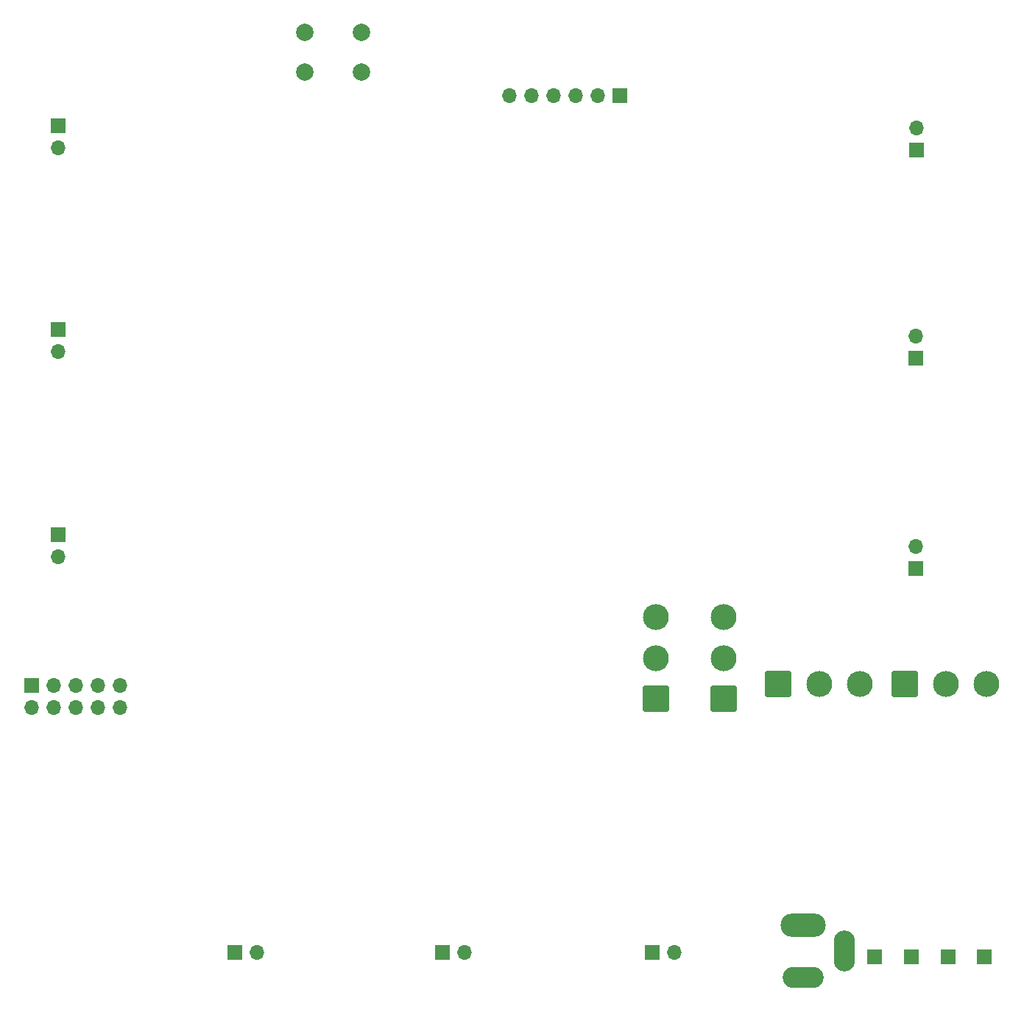
<source format=gbr>
%TF.GenerationSoftware,KiCad,Pcbnew,(6.0.5)*%
%TF.CreationDate,2023-11-06T22:20:46-06:00*%
%TF.ProjectId,ECE395_Digital_Target,45434533-3935-45f4-9469-676974616c5f,rev?*%
%TF.SameCoordinates,Original*%
%TF.FileFunction,Soldermask,Bot*%
%TF.FilePolarity,Negative*%
%FSLAX46Y46*%
G04 Gerber Fmt 4.6, Leading zero omitted, Abs format (unit mm)*
G04 Created by KiCad (PCBNEW (6.0.5)) date 2023-11-06 22:20:46*
%MOMM*%
%LPD*%
G01*
G04 APERTURE LIST*
G04 Aperture macros list*
%AMRoundRect*
0 Rectangle with rounded corners*
0 $1 Rounding radius*
0 $2 $3 $4 $5 $6 $7 $8 $9 X,Y pos of 4 corners*
0 Add a 4 corners polygon primitive as box body*
4,1,4,$2,$3,$4,$5,$6,$7,$8,$9,$2,$3,0*
0 Add four circle primitives for the rounded corners*
1,1,$1+$1,$2,$3*
1,1,$1+$1,$4,$5*
1,1,$1+$1,$6,$7*
1,1,$1+$1,$8,$9*
0 Add four rect primitives between the rounded corners*
20,1,$1+$1,$2,$3,$4,$5,0*
20,1,$1+$1,$4,$5,$6,$7,0*
20,1,$1+$1,$6,$7,$8,$9,0*
20,1,$1+$1,$8,$9,$2,$3,0*%
G04 Aperture macros list end*
%ADD10R,1.700000X1.700000*%
%ADD11O,1.700000X1.700000*%
%ADD12RoundRect,0.102000X1.387500X-1.387500X1.387500X1.387500X-1.387500X1.387500X-1.387500X-1.387500X0*%
%ADD13C,2.979000*%
%ADD14O,5.204000X2.704000*%
%ADD15O,4.704000X2.454000*%
%ADD16O,2.454000X4.704000*%
%ADD17RoundRect,0.102000X1.387500X1.387500X-1.387500X1.387500X-1.387500X-1.387500X1.387500X-1.387500X0*%
%ADD18C,2.000000*%
G04 APERTURE END LIST*
D10*
%TO.C,S2*%
X123925000Y-41900000D03*
D11*
X121385000Y-41900000D03*
X118845000Y-41900000D03*
X116305000Y-41900000D03*
X113765000Y-41900000D03*
X111225000Y-41900000D03*
%TD*%
D12*
%TO.C,S63*%
X156700000Y-109600000D03*
D13*
X161400000Y-109600000D03*
X166100000Y-109600000D03*
%TD*%
D14*
%TO.C,J0*%
X145000000Y-137387500D03*
D15*
X145000000Y-143387500D03*
D16*
X149700000Y-140387500D03*
%TD*%
D10*
%TO.C,J1*%
X59300000Y-45400000D03*
D11*
X59300000Y-47940000D03*
%TD*%
D10*
%TO.C,J7*%
X79600000Y-140500000D03*
D11*
X82140000Y-140500000D03*
%TD*%
D17*
%TO.C,S550*%
X135852500Y-111350000D03*
D13*
X135852500Y-106650000D03*
X135852500Y-101950000D03*
%TD*%
D10*
%TO.C,J4*%
X158000000Y-48200000D03*
D11*
X158000000Y-45660000D03*
%TD*%
D10*
%TO.C,J5*%
X157900000Y-72100000D03*
D11*
X157900000Y-69560000D03*
%TD*%
D10*
%TO.C,S1*%
X56260000Y-109800000D03*
D11*
X56260000Y-112340000D03*
X58800000Y-109800000D03*
X58800000Y-112340000D03*
X61340000Y-109800000D03*
X61340000Y-112340000D03*
X63880000Y-109800000D03*
X63880000Y-112340000D03*
X66420000Y-109800000D03*
X66420000Y-112340000D03*
%TD*%
D12*
%TO.C,S65*%
X142100000Y-109600000D03*
D13*
X146800000Y-109600000D03*
X151500000Y-109600000D03*
%TD*%
D10*
%TO.C,J9*%
X127600000Y-140500000D03*
D11*
X130140000Y-140500000D03*
%TD*%
D17*
%TO.C,S350*%
X128052500Y-111350000D03*
D13*
X128052500Y-106650000D03*
X128052500Y-101950000D03*
%TD*%
D10*
%TO.C,J166*%
X157425000Y-141000000D03*
%TD*%
%TO.C,J6*%
X157900000Y-96300000D03*
D11*
X157900000Y-93760000D03*
%TD*%
D10*
%TO.C,J8*%
X103500000Y-140500000D03*
D11*
X106040000Y-140500000D03*
%TD*%
D18*
%TO.C,SW1*%
X87650000Y-34650000D03*
X94150000Y-34650000D03*
X94150000Y-39150000D03*
X87650000Y-39150000D03*
%TD*%
D10*
%TO.C,J3*%
X59300000Y-92400000D03*
D11*
X59300000Y-94940000D03*
%TD*%
D10*
%TO.C,J112*%
X153225000Y-141000000D03*
%TD*%
%TO.C,J2*%
X59300000Y-68800000D03*
D11*
X59300000Y-71340000D03*
%TD*%
D10*
%TO.C,J133*%
X165825000Y-141000000D03*
%TD*%
%TO.C,J999*%
X161625000Y-141000000D03*
%TD*%
M02*

</source>
